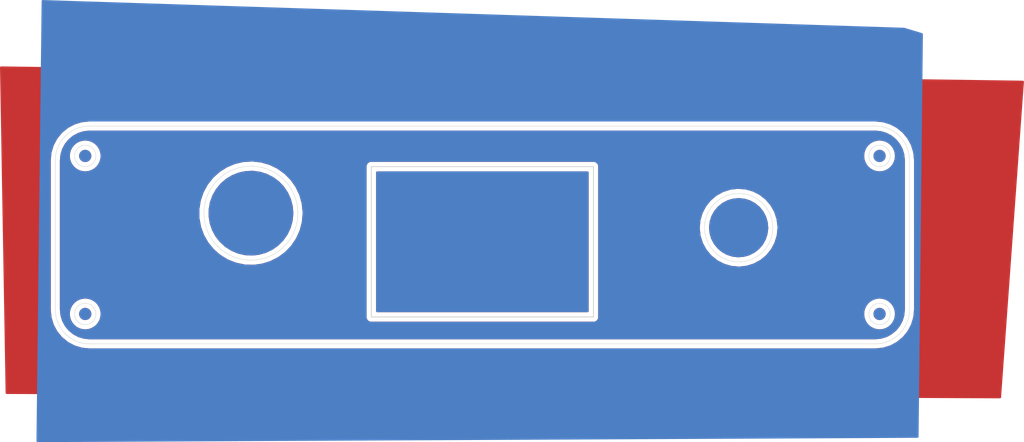
<source format=kicad_pcb>
(kicad_pcb (version 20171130) (host pcbnew 5.0.2+dfsg1-1)

  (general
    (thickness 1.6)
    (drawings 21)
    (tracks 0)
    (zones 0)
    (modules 0)
    (nets 1)
  )

  (page A4)
  (layers
    (0 F.Cu signal)
    (31 B.Cu signal)
    (32 B.Adhes user)
    (33 F.Adhes user)
    (34 B.Paste user)
    (35 F.Paste user)
    (36 B.SilkS user)
    (37 F.SilkS user)
    (38 B.Mask user)
    (39 F.Mask user)
    (40 Dwgs.User user)
    (41 Cmts.User user)
    (42 Eco1.User user)
    (43 Eco2.User user)
    (44 Edge.Cuts user)
    (45 Margin user)
    (46 B.CrtYd user)
    (47 F.CrtYd user)
    (48 B.Fab user)
    (49 F.Fab user)
  )

  (setup
    (last_trace_width 0.25)
    (trace_clearance 0.2)
    (zone_clearance 0.508)
    (zone_45_only no)
    (trace_min 0.2)
    (segment_width 0.2)
    (edge_width 0.05)
    (via_size 0.8)
    (via_drill 0.4)
    (via_min_size 0.4)
    (via_min_drill 0.3)
    (uvia_size 0.3)
    (uvia_drill 0.1)
    (uvias_allowed no)
    (uvia_min_size 0.2)
    (uvia_min_drill 0.1)
    (pcb_text_width 0.3)
    (pcb_text_size 1.5 1.5)
    (mod_edge_width 0.12)
    (mod_text_size 1 1)
    (mod_text_width 0.15)
    (pad_size 1.524 1.524)
    (pad_drill 0.762)
    (pad_to_mask_clearance 0)
    (solder_mask_min_width 0.25)
    (aux_axis_origin 0 0)
    (visible_elements FFFFFF7F)
    (pcbplotparams
      (layerselection 0x010fc_ffffffff)
      (usegerberextensions false)
      (usegerberattributes true)
      (usegerberadvancedattributes true)
      (creategerberjobfile true)
      (excludeedgelayer true)
      (linewidth 0.100000)
      (plotframeref false)
      (viasonmask false)
      (mode 1)
      (useauxorigin false)
      (hpglpennumber 1)
      (hpglpenspeed 20)
      (hpglpendiameter 15.000000)
      (psnegative false)
      (psa4output false)
      (plotreference true)
      (plotvalue true)
      (plotinvisibletext false)
      (padsonsilk false)
      (subtractmaskfromsilk false)
      (outputformat 1)
      (mirror false)
      (drillshape 0)
      (scaleselection 1)
      (outputdirectory "out"))
  )

  (net 0 "")

  (net_class Default "This is the default net class."
    (clearance 0.2)
    (trace_width 0.25)
    (via_dia 0.8)
    (via_drill 0.4)
    (uvia_dia 0.3)
    (uvia_drill 0.1)
  )

  (dimension 15.274208 (width 0.15) (layer Dwgs.User)
    (gr_text "15.274 mm" (at 129.976361 117.896562 89.80944145) (layer Dwgs.User)
      (effects (font (size 1 1) (thickness 0.15)))
    )
    (feature1 (pts (xy 122.8852 125.510124) (xy 129.237386 125.531251)))
    (feature2 (pts (xy 122.936 110.236) (xy 129.288186 110.257127)))
    (crossbar (pts (xy 128.701768 110.255176) (xy 128.650968 125.5293)))
    (arrow1a (pts (xy 128.650968 125.5293) (xy 128.068297 124.400852)))
    (arrow1b (pts (xy 128.650968 125.5293) (xy 129.241132 124.404753)))
    (arrow2a (pts (xy 128.701768 110.255176) (xy 128.111604 111.379723)))
    (arrow2b (pts (xy 128.701768 110.255176) (xy 129.284439 111.383624)))
  )
  (gr_line (start 137 104.75) (end 163 104.75) (layer Edge.Cuts) (width 0.1))
  (gr_line (start 137 104.75) (end 137 122.35) (layer Edge.Cuts) (width 0.1))
  (gr_line (start 163 122.35) (end 137 122.35) (layer Edge.Cuts) (width 0.1))
  (gr_line (start 163 104.75) (end 163 122.35) (layer Edge.Cuts) (width 0.1))
  (dimension 22.9362 (width 0.15) (layer Dwgs.User)
    (gr_text "22.936 mm" (at 111.4171 116.234301) (layer Dwgs.User)
      (effects (font (size 1 1) (thickness 0.15)))
    )
    (feature1 (pts (xy 99.949 110.236) (xy 99.949 115.520722)))
    (feature2 (pts (xy 122.8852 110.236) (xy 122.8852 115.520722)))
    (crossbar (pts (xy 122.8852 114.934301) (xy 99.949 114.934301)))
    (arrow1a (pts (xy 99.949 114.934301) (xy 101.075504 114.34788)))
    (arrow1b (pts (xy 99.949 114.934301) (xy 101.075504 115.520722)))
    (arrow2a (pts (xy 122.8852 114.934301) (xy 121.758696 114.34788)))
    (arrow2b (pts (xy 122.8852 114.934301) (xy 121.758696 115.520722)))
  )
  (dimension 19.939 (width 0.15) (layer Dwgs.User)
    (gr_text "19.939 mm" (at 190.0555 115.981) (layer Dwgs.User)
      (effects (font (size 1 1) (thickness 0.15)))
    )
    (feature1 (pts (xy 200.025 112.014) (xy 200.025 115.267421)))
    (feature2 (pts (xy 180.086 112.014) (xy 180.086 115.267421)))
    (crossbar (pts (xy 180.086 114.681) (xy 200.025 114.681)))
    (arrow1a (pts (xy 200.025 114.681) (xy 198.898496 115.267421)))
    (arrow1b (pts (xy 200.025 114.681) (xy 198.898496 114.094579)))
    (arrow2a (pts (xy 180.086 114.681) (xy 181.212504 115.267421)))
    (arrow2b (pts (xy 180.086 114.681) (xy 181.212504 114.094579)))
  )
  (gr_circle (center 180 111.9) (end 184 111.9) (layer Edge.Cuts) (width 0.05))
  (gr_circle (center 122.9 110.2) (end 128.4 110.2) (layer Edge.Cuts) (width 0.05))
  (gr_circle (center 196.5 103.5) (end 197.75 103.5) (layer Edge.Cuts) (width 0.05) (tstamp 60CA229A))
  (gr_circle (center 196.5 122) (end 197.75 122) (layer Edge.Cuts) (width 0.05) (tstamp 60CA2298))
  (gr_circle (center 103.5 122) (end 104.75 122) (layer Edge.Cuts) (width 0.05) (tstamp 60CA2296))
  (gr_circle (center 103.5 103.5) (end 104.75 103.5) (layer Edge.Cuts) (width 0.05))
  (gr_arc (start 104 121.5) (end 104 125.5) (angle 90) (layer Edge.Cuts) (width 0.05) (tstamp 60C9AF30))
  (gr_arc (start 196 121.5) (end 200 121.5) (angle 90) (layer Edge.Cuts) (width 0.05) (tstamp 60C9AF23))
  (gr_arc (start 196 104) (end 196 100) (angle 90) (layer Edge.Cuts) (width 0.05) (tstamp 60C9AF12))
  (gr_arc (start 104 104) (end 100 104) (angle 90) (layer Edge.Cuts) (width 0.05))
  (gr_line (start 196 100) (end 104 100) (layer Edge.Cuts) (width 0.05))
  (gr_line (start 200 121.5) (end 200 104) (layer Edge.Cuts) (width 0.05))
  (gr_line (start 104 125.5) (end 196 125.5) (layer Edge.Cuts) (width 0.05))
  (gr_line (start 100 104) (end 100 121.5) (layer Edge.Cuts) (width 0.05))

  (zone (net 0) (net_name "") (layer F.Cu) (tstamp 0) (hatch edge 0.508)
    (connect_pads (clearance 0.508))
    (min_thickness 0.254)
    (fill yes (arc_segments 32) (thermal_gap 0.508) (thermal_bridge_width 0.508))
    (polygon
      (pts
        (xy 213.4108 94.6912) (xy 210.7184 131.8768) (xy 94.1832 131.3688) (xy 93.5228 93.0148)
      )
    )
    (filled_polygon
      (pts
        (xy 213.27441 94.816306) (xy 210.600301 131.749284) (xy 94.308041 131.242343) (xy 93.83841 103.967582) (xy 99.34 103.967582)
        (xy 99.340001 121.532419) (xy 99.342988 121.562744) (xy 99.342813 121.587743) (xy 99.343713 121.596914) (xy 99.425315 122.373302)
        (xy 99.437338 122.431871) (xy 99.448551 122.490657) (xy 99.451215 122.499479) (xy 99.682063 123.245229) (xy 99.705238 123.300359)
        (xy 99.727652 123.355838) (xy 99.731979 123.363974) (xy 100.103282 124.050684) (xy 100.136727 124.100268) (xy 100.169487 124.150331)
        (xy 100.175311 124.157472) (xy 100.672924 124.758983) (xy 100.715376 124.80114) (xy 100.757223 124.843873) (xy 100.764318 124.849741)
        (xy 100.764324 124.849747) (xy 100.764331 124.849751) (xy 101.369294 125.343148) (xy 101.419087 125.37623) (xy 101.468476 125.410048)
        (xy 101.476583 125.41443) (xy 102.165867 125.78093) (xy 102.221182 125.803729) (xy 102.276154 125.82729) (xy 102.284957 125.830015)
        (xy 103.032302 126.055652) (xy 103.091011 126.067277) (xy 103.149494 126.079708) (xy 103.158657 126.080671) (xy 103.158659 126.080671)
        (xy 103.935596 126.15685) (xy 103.935598 126.15685) (xy 103.967581 126.16) (xy 196.032419 126.16) (xy 196.062753 126.157012)
        (xy 196.087743 126.157187) (xy 196.096914 126.156287) (xy 196.873302 126.074685) (xy 196.931871 126.062662) (xy 196.990657 126.051449)
        (xy 196.999479 126.048785) (xy 197.745229 125.817937) (xy 197.800359 125.794762) (xy 197.855838 125.772348) (xy 197.863974 125.768021)
        (xy 198.550684 125.396718) (xy 198.600268 125.363273) (xy 198.650331 125.330513) (xy 198.657472 125.324689) (xy 199.258983 124.827076)
        (xy 199.30114 124.784624) (xy 199.343873 124.742777) (xy 199.349741 124.735682) (xy 199.349747 124.735676) (xy 199.349751 124.735669)
        (xy 199.843148 124.130706) (xy 199.87623 124.080913) (xy 199.910048 124.031524) (xy 199.91443 124.023417) (xy 200.28093 123.334133)
        (xy 200.303729 123.278818) (xy 200.32729 123.223846) (xy 200.330015 123.215043) (xy 200.555652 122.467698) (xy 200.567277 122.408989)
        (xy 200.579708 122.350506) (xy 200.580671 122.341341) (xy 200.65685 121.564404) (xy 200.65685 121.564402) (xy 200.66 121.532419)
        (xy 200.66 103.967581) (xy 200.657012 103.937247) (xy 200.657187 103.912257) (xy 200.656287 103.903086) (xy 200.574685 103.126699)
        (xy 200.562658 103.068106) (xy 200.551448 103.009342) (xy 200.548785 103.00052) (xy 200.317937 102.254771) (xy 200.294749 102.199608)
        (xy 200.272347 102.144162) (xy 200.268021 102.136026) (xy 199.896718 101.449316) (xy 199.863279 101.399741) (xy 199.830514 101.34967)
        (xy 199.824689 101.342529) (xy 199.327076 100.741017) (xy 199.284621 100.698858) (xy 199.242776 100.656127) (xy 199.235676 100.650253)
        (xy 198.630705 100.156852) (xy 198.580904 100.123764) (xy 198.531524 100.089953) (xy 198.523418 100.08557) (xy 197.834133 99.719071)
        (xy 197.778839 99.69628) (xy 197.723846 99.67271) (xy 197.715043 99.669985) (xy 196.967698 99.444348) (xy 196.908995 99.432725)
        (xy 196.850506 99.420292) (xy 196.841342 99.419329) (xy 196.064404 99.34315) (xy 196.064402 99.34315) (xy 196.032419 99.34)
        (xy 103.967581 99.34) (xy 103.937247 99.342988) (xy 103.912257 99.342813) (xy 103.903086 99.343713) (xy 103.126699 99.425315)
        (xy 103.068106 99.437342) (xy 103.009342 99.448552) (xy 103.00052 99.451215) (xy 102.254771 99.682063) (xy 102.199608 99.705251)
        (xy 102.144162 99.727653) (xy 102.136026 99.731979) (xy 101.449316 100.103282) (xy 101.399741 100.136721) (xy 101.34967 100.169486)
        (xy 101.342529 100.175311) (xy 100.741017 100.672924) (xy 100.698863 100.715374) (xy 100.656127 100.757224) (xy 100.650253 100.764324)
        (xy 100.156852 101.369295) (xy 100.123764 101.419096) (xy 100.089953 101.468476) (xy 100.08557 101.476582) (xy 99.719071 102.165867)
        (xy 99.69628 102.221161) (xy 99.67271 102.276154) (xy 99.669985 102.284957) (xy 99.444348 103.032302) (xy 99.432725 103.091005)
        (xy 99.420292 103.149494) (xy 99.419329 103.158658) (xy 99.34315 103.935596) (xy 99.34 103.967582) (xy 93.83841 103.967582)
        (xy 93.652037 93.14362)
      )
    )
    (filled_polygon
      (pts
        (xy 196.648126 100.726714) (xy 197.271572 100.914943) (xy 197.846579 101.220681) (xy 198.351247 101.632279) (xy 198.766362 102.134067)
        (xy 199.076105 102.706924) (xy 199.268682 103.329039) (xy 199.340001 104.007594) (xy 199.34 121.467721) (xy 199.273286 122.148126)
        (xy 199.085057 122.77157) (xy 198.779323 123.346573) (xy 198.367721 123.851248) (xy 197.865933 124.266362) (xy 197.293077 124.576104)
        (xy 196.670961 124.768682) (xy 195.992417 124.84) (xy 104.032279 124.84) (xy 103.351874 124.773286) (xy 102.72843 124.585057)
        (xy 102.153427 124.279323) (xy 101.648752 123.867721) (xy 101.233638 123.365933) (xy 100.923896 122.793077) (xy 100.731318 122.170961)
        (xy 100.716182 122.026947) (xy 101.570188 122.026947) (xy 101.612175 122.40127) (xy 101.726069 122.760308) (xy 101.907531 123.090386)
        (xy 102.14965 123.378932) (xy 102.443203 123.614955) (xy 102.777009 123.789465) (xy 103.138354 123.895814) (xy 103.513474 123.929953)
        (xy 103.88808 123.89058) (xy 104.247905 123.779196) (xy 104.579242 123.600043) (xy 104.869472 123.359944) (xy 105.107538 123.068046)
        (xy 105.284374 122.735466) (xy 105.393243 122.374872) (xy 105.43 122) (xy 105.429248 121.946111) (xy 105.382038 121.572411)
        (xy 105.263143 121.214998) (xy 105.07709 120.887486) (xy 104.830966 120.602348) (xy 104.534146 120.370447) (xy 104.197935 120.200615)
        (xy 103.835141 120.099321) (xy 103.459581 120.070423) (xy 103.085561 120.115023) (xy 102.727326 120.23142) (xy 102.398523 120.415182)
        (xy 102.111674 120.659309) (xy 101.877706 120.954503) (xy 101.705531 121.28952) (xy 101.601707 121.651598) (xy 101.570188 122.026947)
        (xy 100.716182 122.026947) (xy 100.66 121.492417) (xy 100.66 109.736631) (xy 116.737396 109.736631) (xy 116.747427 110.781589)
        (xy 116.933379 111.809918) (xy 117.289935 112.792214) (xy 117.8069 113.700391) (xy 118.469492 114.50848) (xy 119.258767 115.193377)
        (xy 120.152155 115.735499) (xy 121.124112 116.119343) (xy 122.146847 116.333935) (xy 123.191118 116.373139) (xy 124.227064 116.235835)
        (xy 125.225066 115.925947) (xy 126.156587 115.452337) (xy 126.994992 114.828546) (xy 127.716309 114.072412) (xy 128.299912 113.205553)
        (xy 128.729116 112.252756) (xy 128.991647 111.241264) (xy 129.08 110.2) (xy 129.078861 110.08136) (xy 128.970535 109.041983)
        (xy 128.688634 108.035718) (xy 128.241218 107.091337) (xy 127.641081 106.235841) (xy 126.905381 105.493693) (xy 126.055155 104.886113)
        (xy 125.774218 104.75) (xy 136.311686 104.75) (xy 136.315 104.783647) (xy 136.315001 122.316343) (xy 136.311686 122.35)
        (xy 136.324912 122.484283) (xy 136.364081 122.613406) (xy 136.427688 122.732407) (xy 136.513289 122.836711) (xy 136.617593 122.922312)
        (xy 136.736594 122.985919) (xy 136.865717 123.025088) (xy 136.966353 123.035) (xy 137 123.038314) (xy 137.033647 123.035)
        (xy 162.966353 123.035) (xy 163 123.038314) (xy 163.134283 123.025088) (xy 163.263406 122.985919) (xy 163.382407 122.922312)
        (xy 163.486711 122.836711) (xy 163.572312 122.732407) (xy 163.635919 122.613406) (xy 163.675088 122.484283) (xy 163.685 122.383647)
        (xy 163.688314 122.35) (xy 163.685 122.316353) (xy 163.685 122.026947) (xy 194.570188 122.026947) (xy 194.612175 122.40127)
        (xy 194.726069 122.760308) (xy 194.907531 123.090386) (xy 195.14965 123.378932) (xy 195.443203 123.614955) (xy 195.777009 123.789465)
        (xy 196.138354 123.895814) (xy 196.513474 123.929953) (xy 196.88808 123.89058) (xy 197.247905 123.779196) (xy 197.579242 123.600043)
        (xy 197.869472 123.359944) (xy 198.107538 123.068046) (xy 198.284374 122.735466) (xy 198.393243 122.374872) (xy 198.43 122)
        (xy 198.429248 121.946111) (xy 198.382038 121.572411) (xy 198.263143 121.214998) (xy 198.07709 120.887486) (xy 197.830966 120.602348)
        (xy 197.534146 120.370447) (xy 197.197935 120.200615) (xy 196.835141 120.099321) (xy 196.459581 120.070423) (xy 196.085561 120.115023)
        (xy 195.727326 120.23142) (xy 195.398523 120.415182) (xy 195.111674 120.659309) (xy 194.877706 120.954503) (xy 194.705531 121.28952)
        (xy 194.601707 121.651598) (xy 194.570188 122.026947) (xy 163.685 122.026947) (xy 163.685 111.965343) (xy 175.320456 111.965343)
        (xy 175.422269 112.873027) (xy 175.698447 113.743648) (xy 176.138469 114.544046) (xy 176.725576 115.243732) (xy 177.437404 115.816057)
        (xy 178.246841 116.23922) (xy 179.123055 116.497104) (xy 180.032672 116.579886) (xy 180.941045 116.484412) (xy 181.813573 116.21432)
        (xy 182.617023 115.779896) (xy 183.320791 115.197688) (xy 183.898071 114.489872) (xy 184.326875 113.683409) (xy 184.59087 112.809017)
        (xy 184.68 111.9) (xy 184.678175 111.769327) (xy 184.563699 110.863153) (xy 184.275393 109.996473) (xy 183.824238 109.202297)
        (xy 183.227419 108.510876) (xy 182.507669 107.948545) (xy 181.692403 107.536725) (xy 180.812673 107.2911) (xy 179.901989 107.221026)
        (xy 178.995039 107.329174) (xy 178.126367 107.611422) (xy 177.329061 108.057022) (xy 176.63349 108.648999) (xy 176.066148 109.364806)
        (xy 175.648646 110.177177) (xy 175.396886 111.05517) (xy 175.320456 111.965343) (xy 163.685 111.965343) (xy 163.685 104.783647)
        (xy 163.688314 104.75) (xy 163.675088 104.615717) (xy 163.635919 104.486594) (xy 163.572312 104.367593) (xy 163.486711 104.263289)
        (xy 163.382407 104.177688) (xy 163.263406 104.114081) (xy 163.134283 104.074912) (xy 163.033647 104.065) (xy 163 104.061686)
        (xy 162.966353 104.065) (xy 137.033647 104.065) (xy 137 104.061686) (xy 136.966353 104.065) (xy 136.865717 104.074912)
        (xy 136.736594 104.114081) (xy 136.617593 104.177688) (xy 136.513289 104.263289) (xy 136.427688 104.367593) (xy 136.364081 104.486594)
        (xy 136.324912 104.615717) (xy 136.311686 104.75) (xy 125.774218 104.75) (xy 125.114714 104.430473) (xy 124.110947 104.139801)
        (xy 123.072556 104.022409) (xy 122.02923 104.081654) (xy 121.010803 104.31584) (xy 120.046394 104.718273) (xy 119.163577 105.277445)
        (xy 118.387597 105.977368) (xy 117.74064 106.798029) (xy 117.241205 107.715963) (xy 116.903572 108.704923) (xy 116.737396 109.736631)
        (xy 100.66 109.736631) (xy 100.66 104.032278) (xy 100.709547 103.526947) (xy 101.570188 103.526947) (xy 101.612175 103.90127)
        (xy 101.726069 104.260308) (xy 101.907531 104.590386) (xy 102.14965 104.878932) (xy 102.443203 105.114955) (xy 102.777009 105.289465)
        (xy 103.138354 105.395814) (xy 103.513474 105.429953) (xy 103.88808 105.39058) (xy 104.247905 105.279196) (xy 104.579242 105.100043)
        (xy 104.869472 104.859944) (xy 105.107538 104.568046) (xy 105.284374 104.235466) (xy 105.393243 103.874872) (xy 105.427357 103.526947)
        (xy 194.570188 103.526947) (xy 194.612175 103.90127) (xy 194.726069 104.260308) (xy 194.907531 104.590386) (xy 195.14965 104.878932)
        (xy 195.443203 105.114955) (xy 195.777009 105.289465) (xy 196.138354 105.395814) (xy 196.513474 105.429953) (xy 196.88808 105.39058)
        (xy 197.247905 105.279196) (xy 197.579242 105.100043) (xy 197.869472 104.859944) (xy 198.107538 104.568046) (xy 198.284374 104.235466)
        (xy 198.393243 103.874872) (xy 198.43 103.5) (xy 198.429248 103.446111) (xy 198.382038 103.072411) (xy 198.263143 102.714998)
        (xy 198.07709 102.387486) (xy 197.830966 102.102348) (xy 197.534146 101.870447) (xy 197.197935 101.700615) (xy 196.835141 101.599321)
        (xy 196.459581 101.570423) (xy 196.085561 101.615023) (xy 195.727326 101.73142) (xy 195.398523 101.915182) (xy 195.111674 102.159309)
        (xy 194.877706 102.454503) (xy 194.705531 102.78952) (xy 194.601707 103.151598) (xy 194.570188 103.526947) (xy 105.427357 103.526947)
        (xy 105.43 103.5) (xy 105.429248 103.446111) (xy 105.382038 103.072411) (xy 105.263143 102.714998) (xy 105.07709 102.387486)
        (xy 104.830966 102.102348) (xy 104.534146 101.870447) (xy 104.197935 101.700615) (xy 103.835141 101.599321) (xy 103.459581 101.570423)
        (xy 103.085561 101.615023) (xy 102.727326 101.73142) (xy 102.398523 101.915182) (xy 102.111674 102.159309) (xy 101.877706 102.454503)
        (xy 101.705531 102.78952) (xy 101.601707 103.151598) (xy 101.570188 103.526947) (xy 100.709547 103.526947) (xy 100.726714 103.351874)
        (xy 100.914943 102.728428) (xy 101.220681 102.153421) (xy 101.632279 101.648753) (xy 102.134067 101.233638) (xy 102.706924 100.923895)
        (xy 103.329039 100.731318) (xy 104.007584 100.66) (xy 195.967722 100.66)
      )
    )
    (filled_polygon
      (pts
        (xy 196.618636 121.422051) (xy 196.728634 121.456101) (xy 196.829924 121.510868) (xy 196.918647 121.584266) (xy 196.991424 121.673499)
        (xy 197.045482 121.775168) (xy 197.078764 121.885402) (xy 197.09 122) (xy 197.08977 122.016474) (xy 197.075338 122.130714)
        (xy 197.038992 122.239975) (xy 196.982115 122.340095) (xy 196.906876 122.427261) (xy 196.816138 122.498153) (xy 196.713358 122.550071)
        (xy 196.602452 122.581037) (xy 196.487644 122.589871) (xy 196.373306 122.576237) (xy 196.263794 122.540654) (xy 196.163279 122.484478)
        (xy 196.07559 122.409848) (xy 196.004066 122.319608) (xy 195.951432 122.217193) (xy 195.919693 122.106506) (xy 195.910058 121.991762)
        (xy 195.922893 121.877332) (xy 195.95771 121.767574) (xy 196.013183 121.666669) (xy 196.087199 121.578461) (xy 196.176938 121.506309)
        (xy 196.278982 121.452962) (xy 196.389445 121.420451) (xy 196.504119 121.410014)
      )
    )
    (filled_polygon
      (pts
        (xy 103.618636 121.422051) (xy 103.728634 121.456101) (xy 103.829924 121.510868) (xy 103.918647 121.584266) (xy 103.991424 121.673499)
        (xy 104.045482 121.775168) (xy 104.078764 121.885402) (xy 104.09 122) (xy 104.08977 122.016474) (xy 104.075338 122.130714)
        (xy 104.038992 122.239975) (xy 103.982115 122.340095) (xy 103.906876 122.427261) (xy 103.816138 122.498153) (xy 103.713358 122.550071)
        (xy 103.602452 122.581037) (xy 103.487644 122.589871) (xy 103.373306 122.576237) (xy 103.263794 122.540654) (xy 103.163279 122.484478)
        (xy 103.07559 122.409848) (xy 103.004066 122.319608) (xy 102.951432 122.217193) (xy 102.919693 122.106506) (xy 102.910058 121.991762)
        (xy 102.922893 121.877332) (xy 102.95771 121.767574) (xy 103.013183 121.666669) (xy 103.087199 121.578461) (xy 103.176938 121.506309)
        (xy 103.278982 121.452962) (xy 103.389445 121.420451) (xy 103.504119 121.410014)
      )
    )
    (filled_polygon
      (pts
        (xy 162.315001 121.665) (xy 137.685 121.665) (xy 137.685 105.435) (xy 162.315 105.435)
      )
    )
    (filled_polygon
      (pts
        (xy 180.6716 108.628219) (xy 181.294302 108.820977) (xy 181.867704 109.131015) (xy 182.369966 109.546522) (xy 182.781957 110.051672)
        (xy 183.087984 110.627225) (xy 183.27639 111.251257) (xy 183.34 111.9) (xy 183.338698 111.993258) (xy 183.256999 112.639972)
        (xy 183.051242 113.2585) (xy 182.729264 113.825284) (xy 182.303329 114.318734) (xy 181.789661 114.720055) (xy 181.207826 115.013961)
        (xy 180.579985 115.189258) (xy 179.930052 115.239267) (xy 179.282784 115.162085) (xy 178.662834 114.960652) (xy 178.093817 114.642638)
        (xy 177.597405 114.220159) (xy 177.192508 113.709305) (xy 176.894547 113.129536) (xy 176.714871 112.502934) (xy 176.660326 111.853366)
        (xy 176.732987 111.205575) (xy 176.930088 110.584234) (xy 177.244121 110.01301) (xy 177.663124 109.513661) (xy 178.171139 109.105207)
        (xy 178.748814 108.803206) (xy 179.374146 108.619161) (xy 180.023317 108.560081)
      )
    )
    (filled_polygon
      (pts
        (xy 123.939319 105.472906) (xy 124.720925 105.715601) (xy 125.450466 106.086519) (xy 126.107081 106.575054) (xy 126.671996 107.167238)
        (xy 127.129058 107.846137) (xy 127.465198 108.59234) (xy 127.670805 109.384511) (xy 127.74 110.2) (xy 127.739108 110.292916)
        (xy 127.65427 111.106926) (xy 127.433493 111.895004) (xy 127.08309 112.634617) (xy 126.613079 113.304616) (xy 126.0369 113.885845)
        (xy 125.371028 114.361685) (xy 124.634501 114.718529) (xy 123.848379 114.946175) (xy 123.035141 115.038113) (xy 122.218038 114.991715)
        (xy 121.420435 114.808306) (xy 120.665137 114.493132) (xy 119.97374 114.055205) (xy 119.366015 113.507045) (xy 118.859336 112.864327)
        (xy 118.468193 112.145427) (xy 118.203769 111.370902) (xy 118.073624 110.562897) (xy 118.08148 109.744516) (xy 118.227112 108.939158)
        (xy 118.506357 108.169852) (xy 118.911229 107.458594) (xy 119.430153 106.825721) (xy 120.04829 106.289329) (xy 120.747966 105.864755)
        (xy 121.509175 105.564139) (xy 122.310152 105.396077) (xy 123.127995 105.365373)
      )
    )
    (filled_polygon
      (pts
        (xy 196.618636 102.922051) (xy 196.728634 102.956101) (xy 196.829924 103.010868) (xy 196.918647 103.084266) (xy 196.991424 103.173499)
        (xy 197.045482 103.275168) (xy 197.078764 103.385402) (xy 197.09 103.5) (xy 197.08977 103.516474) (xy 197.075338 103.630714)
        (xy 197.038992 103.739975) (xy 196.982115 103.840095) (xy 196.906876 103.927261) (xy 196.816138 103.998153) (xy 196.713358 104.050071)
        (xy 196.602452 104.081037) (xy 196.487644 104.089871) (xy 196.373306 104.076237) (xy 196.263794 104.040654) (xy 196.163279 103.984478)
        (xy 196.07559 103.909848) (xy 196.004066 103.819608) (xy 195.951432 103.717193) (xy 195.919693 103.606506) (xy 195.910058 103.491762)
        (xy 195.922893 103.377332) (xy 195.95771 103.267574) (xy 196.013183 103.166669) (xy 196.087199 103.078461) (xy 196.176938 103.006309)
        (xy 196.278982 102.952962) (xy 196.389445 102.920451) (xy 196.504119 102.910014)
      )
    )
    (filled_polygon
      (pts
        (xy 103.618636 102.922051) (xy 103.728634 102.956101) (xy 103.829924 103.010868) (xy 103.918647 103.084266) (xy 103.991424 103.173499)
        (xy 104.045482 103.275168) (xy 104.078764 103.385402) (xy 104.09 103.5) (xy 104.08977 103.516474) (xy 104.075338 103.630714)
        (xy 104.038992 103.739975) (xy 103.982115 103.840095) (xy 103.906876 103.927261) (xy 103.816138 103.998153) (xy 103.713358 104.050071)
        (xy 103.602452 104.081037) (xy 103.487644 104.089871) (xy 103.373306 104.076237) (xy 103.263794 104.040654) (xy 103.163279 103.984478)
        (xy 103.07559 103.909848) (xy 103.004066 103.819608) (xy 102.951432 103.717193) (xy 102.919693 103.606506) (xy 102.910058 103.491762)
        (xy 102.922893 103.377332) (xy 102.95771 103.267574) (xy 103.013183 103.166669) (xy 103.087199 103.078461) (xy 103.176938 103.006309)
        (xy 103.278982 102.952962) (xy 103.389445 102.920451) (xy 103.504119 102.910014)
      )
    )
  )
  (zone (net 0) (net_name "") (layer B.Cu) (tstamp 0) (hatch edge 0.508)
    (connect_pads (clearance 0.508))
    (min_thickness 0.254)
    (fill yes (arc_segments 32) (thermal_gap 0.508) (thermal_bridge_width 0.508))
    (polygon
      (pts
        (xy 199.39 88.4936) (xy 201.5744 89.154) (xy 201.0664 136.4996) (xy 97.79 137.0076) (xy 98.3996 85.2424)
      )
    )
    (filled_polygon
      (pts
        (xy 199.369227 88.619997) (xy 201.446384 89.247975) (xy 200.940748 136.373217) (xy 97.918512 136.879967) (xy 98.306096 103.967582)
        (xy 99.34 103.967582) (xy 99.340001 121.532419) (xy 99.342988 121.562744) (xy 99.342813 121.587743) (xy 99.343713 121.596914)
        (xy 99.425315 122.373302) (xy 99.437338 122.431871) (xy 99.448551 122.490657) (xy 99.451215 122.499479) (xy 99.682063 123.245229)
        (xy 99.705238 123.300359) (xy 99.727652 123.355838) (xy 99.731979 123.363974) (xy 100.103282 124.050684) (xy 100.136727 124.100268)
        (xy 100.169487 124.150331) (xy 100.175311 124.157472) (xy 100.672924 124.758983) (xy 100.715376 124.80114) (xy 100.757223 124.843873)
        (xy 100.764318 124.849741) (xy 100.764324 124.849747) (xy 100.764331 124.849751) (xy 101.369294 125.343148) (xy 101.419087 125.37623)
        (xy 101.468476 125.410048) (xy 101.476583 125.41443) (xy 102.165867 125.78093) (xy 102.221182 125.803729) (xy 102.276154 125.82729)
        (xy 102.284957 125.830015) (xy 103.032302 126.055652) (xy 103.091011 126.067277) (xy 103.149494 126.079708) (xy 103.158657 126.080671)
        (xy 103.158659 126.080671) (xy 103.935596 126.15685) (xy 103.935598 126.15685) (xy 103.967581 126.16) (xy 196.032419 126.16)
        (xy 196.062753 126.157012) (xy 196.087743 126.157187) (xy 196.096914 126.156287) (xy 196.873302 126.074685) (xy 196.931871 126.062662)
        (xy 196.990657 126.051449) (xy 196.999479 126.048785) (xy 197.745229 125.817937) (xy 197.800359 125.794762) (xy 197.855838 125.772348)
        (xy 197.863974 125.768021) (xy 198.550684 125.396718) (xy 198.600268 125.363273) (xy 198.650331 125.330513) (xy 198.657472 125.324689)
        (xy 199.258983 124.827076) (xy 199.30114 124.784624) (xy 199.343873 124.742777) (xy 199.349741 124.735682) (xy 199.349747 124.735676)
        (xy 199.349751 124.735669) (xy 199.843148 124.130706) (xy 199.87623 124.080913) (xy 199.910048 124.031524) (xy 199.91443 124.023417)
        (xy 200.28093 123.334133) (xy 200.303729 123.278818) (xy 200.32729 123.223846) (xy 200.330015 123.215043) (xy 200.555652 122.467698)
        (xy 200.567277 122.408989) (xy 200.579708 122.350506) (xy 200.580671 122.341341) (xy 200.65685 121.564404) (xy 200.65685 121.564402)
        (xy 200.66 121.532419) (xy 200.66 103.967581) (xy 200.657012 103.937247) (xy 200.657187 103.912257) (xy 200.656287 103.903086)
        (xy 200.574685 103.126699) (xy 200.562658 103.068106) (xy 200.551448 103.009342) (xy 200.548785 103.00052) (xy 200.317937 102.254771)
        (xy 200.294749 102.199608) (xy 200.272347 102.144162) (xy 200.268021 102.136026) (xy 199.896718 101.449316) (xy 199.863279 101.399741)
        (xy 199.830514 101.34967) (xy 199.824689 101.342529) (xy 199.327076 100.741017) (xy 199.284621 100.698858) (xy 199.242776 100.656127)
        (xy 199.235676 100.650253) (xy 198.630705 100.156852) (xy 198.580904 100.123764) (xy 198.531524 100.089953) (xy 198.523418 100.08557)
        (xy 197.834133 99.719071) (xy 197.778839 99.69628) (xy 197.723846 99.67271) (xy 197.715043 99.669985) (xy 196.967698 99.444348)
        (xy 196.908995 99.432725) (xy 196.850506 99.420292) (xy 196.841342 99.419329) (xy 196.064404 99.34315) (xy 196.064402 99.34315)
        (xy 196.032419 99.34) (xy 103.967581 99.34) (xy 103.937247 99.342988) (xy 103.912257 99.342813) (xy 103.903086 99.343713)
        (xy 103.126699 99.425315) (xy 103.068106 99.437342) (xy 103.009342 99.448552) (xy 103.00052 99.451215) (xy 102.254771 99.682063)
        (xy 102.199608 99.705251) (xy 102.144162 99.727653) (xy 102.136026 99.731979) (xy 101.449316 100.103282) (xy 101.399741 100.136721)
        (xy 101.34967 100.169486) (xy 101.342529 100.175311) (xy 100.741017 100.672924) (xy 100.698863 100.715374) (xy 100.656127 100.757224)
        (xy 100.650253 100.764324) (xy 100.156852 101.369295) (xy 100.123764 101.419096) (xy 100.089953 101.468476) (xy 100.08557 101.476582)
        (xy 99.719071 102.165867) (xy 99.69628 102.221161) (xy 99.67271 102.276154) (xy 99.669985 102.284957) (xy 99.444348 103.032302)
        (xy 99.432725 103.091005) (xy 99.420292 103.149494) (xy 99.419329 103.158658) (xy 99.34315 103.935596) (xy 99.34 103.967582)
        (xy 98.306096 103.967582) (xy 98.525065 85.373505)
      )
    )
    (filled_polygon
      (pts
        (xy 196.648126 100.726714) (xy 197.271572 100.914943) (xy 197.846579 101.220681) (xy 198.351247 101.632279) (xy 198.766362 102.134067)
        (xy 199.076105 102.706924) (xy 199.268682 103.329039) (xy 199.340001 104.007594) (xy 199.34 121.467721) (xy 199.273286 122.148126)
        (xy 199.085057 122.77157) (xy 198.779323 123.346573) (xy 198.367721 123.851248) (xy 197.865933 124.266362) (xy 197.293077 124.576104)
        (xy 196.670961 124.768682) (xy 195.992417 124.84) (xy 104.032279 124.84) (xy 103.351874 124.773286) (xy 102.72843 124.585057)
        (xy 102.153427 124.279323) (xy 101.648752 123.867721) (xy 101.233638 123.365933) (xy 100.923896 122.793077) (xy 100.731318 122.170961)
        (xy 100.716182 122.026947) (xy 101.570188 122.026947) (xy 101.612175 122.40127) (xy 101.726069 122.760308) (xy 101.907531 123.090386)
        (xy 102.14965 123.378932) (xy 102.443203 123.614955) (xy 102.777009 123.789465) (xy 103.138354 123.895814) (xy 103.513474 123.929953)
        (xy 103.88808 123.89058) (xy 104.247905 123.779196) (xy 104.579242 123.600043) (xy 104.869472 123.359944) (xy 105.107538 123.068046)
        (xy 105.284374 122.735466) (xy 105.393243 122.374872) (xy 105.43 122) (xy 105.429248 121.946111) (xy 105.382038 121.572411)
        (xy 105.263143 121.214998) (xy 105.07709 120.887486) (xy 104.830966 120.602348) (xy 104.534146 120.370447) (xy 104.197935 120.200615)
        (xy 103.835141 120.099321) (xy 103.459581 120.070423) (xy 103.085561 120.115023) (xy 102.727326 120.23142) (xy 102.398523 120.415182)
        (xy 102.111674 120.659309) (xy 101.877706 120.954503) (xy 101.705531 121.28952) (xy 101.601707 121.651598) (xy 101.570188 122.026947)
        (xy 100.716182 122.026947) (xy 100.66 121.492417) (xy 100.66 109.736631) (xy 116.737396 109.736631) (xy 116.747427 110.781589)
        (xy 116.933379 111.809918) (xy 117.289935 112.792214) (xy 117.8069 113.700391) (xy 118.469492 114.50848) (xy 119.258767 115.193377)
        (xy 120.152155 115.735499) (xy 121.124112 116.119343) (xy 122.146847 116.333935) (xy 123.191118 116.373139) (xy 124.227064 116.235835)
        (xy 125.225066 115.925947) (xy 126.156587 115.452337) (xy 126.994992 114.828546) (xy 127.716309 114.072412) (xy 128.299912 113.205553)
        (xy 128.729116 112.252756) (xy 128.991647 111.241264) (xy 129.08 110.2) (xy 129.078861 110.08136) (xy 128.970535 109.041983)
        (xy 128.688634 108.035718) (xy 128.241218 107.091337) (xy 127.641081 106.235841) (xy 126.905381 105.493693) (xy 126.055155 104.886113)
        (xy 125.774218 104.75) (xy 136.311686 104.75) (xy 136.315 104.783647) (xy 136.315001 122.316343) (xy 136.311686 122.35)
        (xy 136.324912 122.484283) (xy 136.364081 122.613406) (xy 136.427688 122.732407) (xy 136.513289 122.836711) (xy 136.617593 122.922312)
        (xy 136.736594 122.985919) (xy 136.865717 123.025088) (xy 136.966353 123.035) (xy 137 123.038314) (xy 137.033647 123.035)
        (xy 162.966353 123.035) (xy 163 123.038314) (xy 163.134283 123.025088) (xy 163.263406 122.985919) (xy 163.382407 122.922312)
        (xy 163.486711 122.836711) (xy 163.572312 122.732407) (xy 163.635919 122.613406) (xy 163.675088 122.484283) (xy 163.685 122.383647)
        (xy 163.688314 122.35) (xy 163.685 122.316353) (xy 163.685 122.026947) (xy 194.570188 122.026947) (xy 194.612175 122.40127)
        (xy 194.726069 122.760308) (xy 194.907531 123.090386) (xy 195.14965 123.378932) (xy 195.443203 123.614955) (xy 195.777009 123.789465)
        (xy 196.138354 123.895814) (xy 196.513474 123.929953) (xy 196.88808 123.89058) (xy 197.247905 123.779196) (xy 197.579242 123.600043)
        (xy 197.869472 123.359944) (xy 198.107538 123.068046) (xy 198.284374 122.735466) (xy 198.393243 122.374872) (xy 198.43 122)
        (xy 198.429248 121.946111) (xy 198.382038 121.572411) (xy 198.263143 121.214998) (xy 198.07709 120.887486) (xy 197.830966 120.602348)
        (xy 197.534146 120.370447) (xy 197.197935 120.200615) (xy 196.835141 120.099321) (xy 196.459581 120.070423) (xy 196.085561 120.115023)
        (xy 195.727326 120.23142) (xy 195.398523 120.415182) (xy 195.111674 120.659309) (xy 194.877706 120.954503) (xy 194.705531 121.28952)
        (xy 194.601707 121.651598) (xy 194.570188 122.026947) (xy 163.685 122.026947) (xy 163.685 111.965343) (xy 175.320456 111.965343)
        (xy 175.422269 112.873027) (xy 175.698447 113.743648) (xy 176.138469 114.544046) (xy 176.725576 115.243732) (xy 177.437404 115.816057)
        (xy 178.246841 116.23922) (xy 179.123055 116.497104) (xy 180.032672 116.579886) (xy 180.941045 116.484412) (xy 181.813573 116.21432)
        (xy 182.617023 115.779896) (xy 183.320791 115.197688) (xy 183.898071 114.489872) (xy 184.326875 113.683409) (xy 184.59087 112.809017)
        (xy 184.68 111.9) (xy 184.678175 111.769327) (xy 184.563699 110.863153) (xy 184.275393 109.996473) (xy 183.824238 109.202297)
        (xy 183.227419 108.510876) (xy 182.507669 107.948545) (xy 181.692403 107.536725) (xy 180.812673 107.2911) (xy 179.901989 107.221026)
        (xy 178.995039 107.329174) (xy 178.126367 107.611422) (xy 177.329061 108.057022) (xy 176.63349 108.648999) (xy 176.066148 109.364806)
        (xy 175.648646 110.177177) (xy 175.396886 111.05517) (xy 175.320456 111.965343) (xy 163.685 111.965343) (xy 163.685 104.783647)
        (xy 163.688314 104.75) (xy 163.675088 104.615717) (xy 163.635919 104.486594) (xy 163.572312 104.367593) (xy 163.486711 104.263289)
        (xy 163.382407 104.177688) (xy 163.263406 104.114081) (xy 163.134283 104.074912) (xy 163.033647 104.065) (xy 163 104.061686)
        (xy 162.966353 104.065) (xy 137.033647 104.065) (xy 137 104.061686) (xy 136.966353 104.065) (xy 136.865717 104.074912)
        (xy 136.736594 104.114081) (xy 136.617593 104.177688) (xy 136.513289 104.263289) (xy 136.427688 104.367593) (xy 136.364081 104.486594)
        (xy 136.324912 104.615717) (xy 136.311686 104.75) (xy 125.774218 104.75) (xy 125.114714 104.430473) (xy 124.110947 104.139801)
        (xy 123.072556 104.022409) (xy 122.02923 104.081654) (xy 121.010803 104.31584) (xy 120.046394 104.718273) (xy 119.163577 105.277445)
        (xy 118.387597 105.977368) (xy 117.74064 106.798029) (xy 117.241205 107.715963) (xy 116.903572 108.704923) (xy 116.737396 109.736631)
        (xy 100.66 109.736631) (xy 100.66 104.032278) (xy 100.709547 103.526947) (xy 101.570188 103.526947) (xy 101.612175 103.90127)
        (xy 101.726069 104.260308) (xy 101.907531 104.590386) (xy 102.14965 104.878932) (xy 102.443203 105.114955) (xy 102.777009 105.289465)
        (xy 103.138354 105.395814) (xy 103.513474 105.429953) (xy 103.88808 105.39058) (xy 104.247905 105.279196) (xy 104.579242 105.100043)
        (xy 104.869472 104.859944) (xy 105.107538 104.568046) (xy 105.284374 104.235466) (xy 105.393243 103.874872) (xy 105.427357 103.526947)
        (xy 194.570188 103.526947) (xy 194.612175 103.90127) (xy 194.726069 104.260308) (xy 194.907531 104.590386) (xy 195.14965 104.878932)
        (xy 195.443203 105.114955) (xy 195.777009 105.289465) (xy 196.138354 105.395814) (xy 196.513474 105.429953) (xy 196.88808 105.39058)
        (xy 197.247905 105.279196) (xy 197.579242 105.100043) (xy 197.869472 104.859944) (xy 198.107538 104.568046) (xy 198.284374 104.235466)
        (xy 198.393243 103.874872) (xy 198.43 103.5) (xy 198.429248 103.446111) (xy 198.382038 103.072411) (xy 198.263143 102.714998)
        (xy 198.07709 102.387486) (xy 197.830966 102.102348) (xy 197.534146 101.870447) (xy 197.197935 101.700615) (xy 196.835141 101.599321)
        (xy 196.459581 101.570423) (xy 196.085561 101.615023) (xy 195.727326 101.73142) (xy 195.398523 101.915182) (xy 195.111674 102.159309)
        (xy 194.877706 102.454503) (xy 194.705531 102.78952) (xy 194.601707 103.151598) (xy 194.570188 103.526947) (xy 105.427357 103.526947)
        (xy 105.43 103.5) (xy 105.429248 103.446111) (xy 105.382038 103.072411) (xy 105.263143 102.714998) (xy 105.07709 102.387486)
        (xy 104.830966 102.102348) (xy 104.534146 101.870447) (xy 104.197935 101.700615) (xy 103.835141 101.599321) (xy 103.459581 101.570423)
        (xy 103.085561 101.615023) (xy 102.727326 101.73142) (xy 102.398523 101.915182) (xy 102.111674 102.159309) (xy 101.877706 102.454503)
        (xy 101.705531 102.78952) (xy 101.601707 103.151598) (xy 101.570188 103.526947) (xy 100.709547 103.526947) (xy 100.726714 103.351874)
        (xy 100.914943 102.728428) (xy 101.220681 102.153421) (xy 101.632279 101.648753) (xy 102.134067 101.233638) (xy 102.706924 100.923895)
        (xy 103.329039 100.731318) (xy 104.007584 100.66) (xy 195.967722 100.66)
      )
    )
    (filled_polygon
      (pts
        (xy 196.618636 121.422051) (xy 196.728634 121.456101) (xy 196.829924 121.510868) (xy 196.918647 121.584266) (xy 196.991424 121.673499)
        (xy 197.045482 121.775168) (xy 197.078764 121.885402) (xy 197.09 122) (xy 197.08977 122.016474) (xy 197.075338 122.130714)
        (xy 197.038992 122.239975) (xy 196.982115 122.340095) (xy 196.906876 122.427261) (xy 196.816138 122.498153) (xy 196.713358 122.550071)
        (xy 196.602452 122.581037) (xy 196.487644 122.589871) (xy 196.373306 122.576237) (xy 196.263794 122.540654) (xy 196.163279 122.484478)
        (xy 196.07559 122.409848) (xy 196.004066 122.319608) (xy 195.951432 122.217193) (xy 195.919693 122.106506) (xy 195.910058 121.991762)
        (xy 195.922893 121.877332) (xy 195.95771 121.767574) (xy 196.013183 121.666669) (xy 196.087199 121.578461) (xy 196.176938 121.506309)
        (xy 196.278982 121.452962) (xy 196.389445 121.420451) (xy 196.504119 121.410014)
      )
    )
    (filled_polygon
      (pts
        (xy 103.618636 121.422051) (xy 103.728634 121.456101) (xy 103.829924 121.510868) (xy 103.918647 121.584266) (xy 103.991424 121.673499)
        (xy 104.045482 121.775168) (xy 104.078764 121.885402) (xy 104.09 122) (xy 104.08977 122.016474) (xy 104.075338 122.130714)
        (xy 104.038992 122.239975) (xy 103.982115 122.340095) (xy 103.906876 122.427261) (xy 103.816138 122.498153) (xy 103.713358 122.550071)
        (xy 103.602452 122.581037) (xy 103.487644 122.589871) (xy 103.373306 122.576237) (xy 103.263794 122.540654) (xy 103.163279 122.484478)
        (xy 103.07559 122.409848) (xy 103.004066 122.319608) (xy 102.951432 122.217193) (xy 102.919693 122.106506) (xy 102.910058 121.991762)
        (xy 102.922893 121.877332) (xy 102.95771 121.767574) (xy 103.013183 121.666669) (xy 103.087199 121.578461) (xy 103.176938 121.506309)
        (xy 103.278982 121.452962) (xy 103.389445 121.420451) (xy 103.504119 121.410014)
      )
    )
    (filled_polygon
      (pts
        (xy 162.315001 121.665) (xy 137.685 121.665) (xy 137.685 105.435) (xy 162.315 105.435)
      )
    )
    (filled_polygon
      (pts
        (xy 180.6716 108.628219) (xy 181.294302 108.820977) (xy 181.867704 109.131015) (xy 182.369966 109.546522) (xy 182.781957 110.051672)
        (xy 183.087984 110.627225) (xy 183.27639 111.251257) (xy 183.34 111.9) (xy 183.338698 111.993258) (xy 183.256999 112.639972)
        (xy 183.051242 113.2585) (xy 182.729264 113.825284) (xy 182.303329 114.318734) (xy 181.789661 114.720055) (xy 181.207826 115.013961)
        (xy 180.579985 115.189258) (xy 179.930052 115.239267) (xy 179.282784 115.162085) (xy 178.662834 114.960652) (xy 178.093817 114.642638)
        (xy 177.597405 114.220159) (xy 177.192508 113.709305) (xy 176.894547 113.129536) (xy 176.714871 112.502934) (xy 176.660326 111.853366)
        (xy 176.732987 111.205575) (xy 176.930088 110.584234) (xy 177.244121 110.01301) (xy 177.663124 109.513661) (xy 178.171139 109.105207)
        (xy 178.748814 108.803206) (xy 179.374146 108.619161) (xy 180.023317 108.560081)
      )
    )
    (filled_polygon
      (pts
        (xy 123.939319 105.472906) (xy 124.720925 105.715601) (xy 125.450466 106.086519) (xy 126.107081 106.575054) (xy 126.671996 107.167238)
        (xy 127.129058 107.846137) (xy 127.465198 108.59234) (xy 127.670805 109.384511) (xy 127.74 110.2) (xy 127.739108 110.292916)
        (xy 127.65427 111.106926) (xy 127.433493 111.895004) (xy 127.08309 112.634617) (xy 126.613079 113.304616) (xy 126.0369 113.885845)
        (xy 125.371028 114.361685) (xy 124.634501 114.718529) (xy 123.848379 114.946175) (xy 123.035141 115.038113) (xy 122.218038 114.991715)
        (xy 121.420435 114.808306) (xy 120.665137 114.493132) (xy 119.97374 114.055205) (xy 119.366015 113.507045) (xy 118.859336 112.864327)
        (xy 118.468193 112.145427) (xy 118.203769 111.370902) (xy 118.073624 110.562897) (xy 118.08148 109.744516) (xy 118.227112 108.939158)
        (xy 118.506357 108.169852) (xy 118.911229 107.458594) (xy 119.430153 106.825721) (xy 120.04829 106.289329) (xy 120.747966 105.864755)
        (xy 121.509175 105.564139) (xy 122.310152 105.396077) (xy 123.127995 105.365373)
      )
    )
    (filled_polygon
      (pts
        (xy 196.618636 102.922051) (xy 196.728634 102.956101) (xy 196.829924 103.010868) (xy 196.918647 103.084266) (xy 196.991424 103.173499)
        (xy 197.045482 103.275168) (xy 197.078764 103.385402) (xy 197.09 103.5) (xy 197.08977 103.516474) (xy 197.075338 103.630714)
        (xy 197.038992 103.739975) (xy 196.982115 103.840095) (xy 196.906876 103.927261) (xy 196.816138 103.998153) (xy 196.713358 104.050071)
        (xy 196.602452 104.081037) (xy 196.487644 104.089871) (xy 196.373306 104.076237) (xy 196.263794 104.040654) (xy 196.163279 103.984478)
        (xy 196.07559 103.909848) (xy 196.004066 103.819608) (xy 195.951432 103.717193) (xy 195.919693 103.606506) (xy 195.910058 103.491762)
        (xy 195.922893 103.377332) (xy 195.95771 103.267574) (xy 196.013183 103.166669) (xy 196.087199 103.078461) (xy 196.176938 103.006309)
        (xy 196.278982 102.952962) (xy 196.389445 102.920451) (xy 196.504119 102.910014)
      )
    )
    (filled_polygon
      (pts
        (xy 103.618636 102.922051) (xy 103.728634 102.956101) (xy 103.829924 103.010868) (xy 103.918647 103.084266) (xy 103.991424 103.173499)
        (xy 104.045482 103.275168) (xy 104.078764 103.385402) (xy 104.09 103.5) (xy 104.08977 103.516474) (xy 104.075338 103.630714)
        (xy 104.038992 103.739975) (xy 103.982115 103.840095) (xy 103.906876 103.927261) (xy 103.816138 103.998153) (xy 103.713358 104.050071)
        (xy 103.602452 104.081037) (xy 103.487644 104.089871) (xy 103.373306 104.076237) (xy 103.263794 104.040654) (xy 103.163279 103.984478)
        (xy 103.07559 103.909848) (xy 103.004066 103.819608) (xy 102.951432 103.717193) (xy 102.919693 103.606506) (xy 102.910058 103.491762)
        (xy 102.922893 103.377332) (xy 102.95771 103.267574) (xy 103.013183 103.166669) (xy 103.087199 103.078461) (xy 103.176938 103.006309)
        (xy 103.278982 102.952962) (xy 103.389445 102.920451) (xy 103.504119 102.910014)
      )
    )
  )
)

</source>
